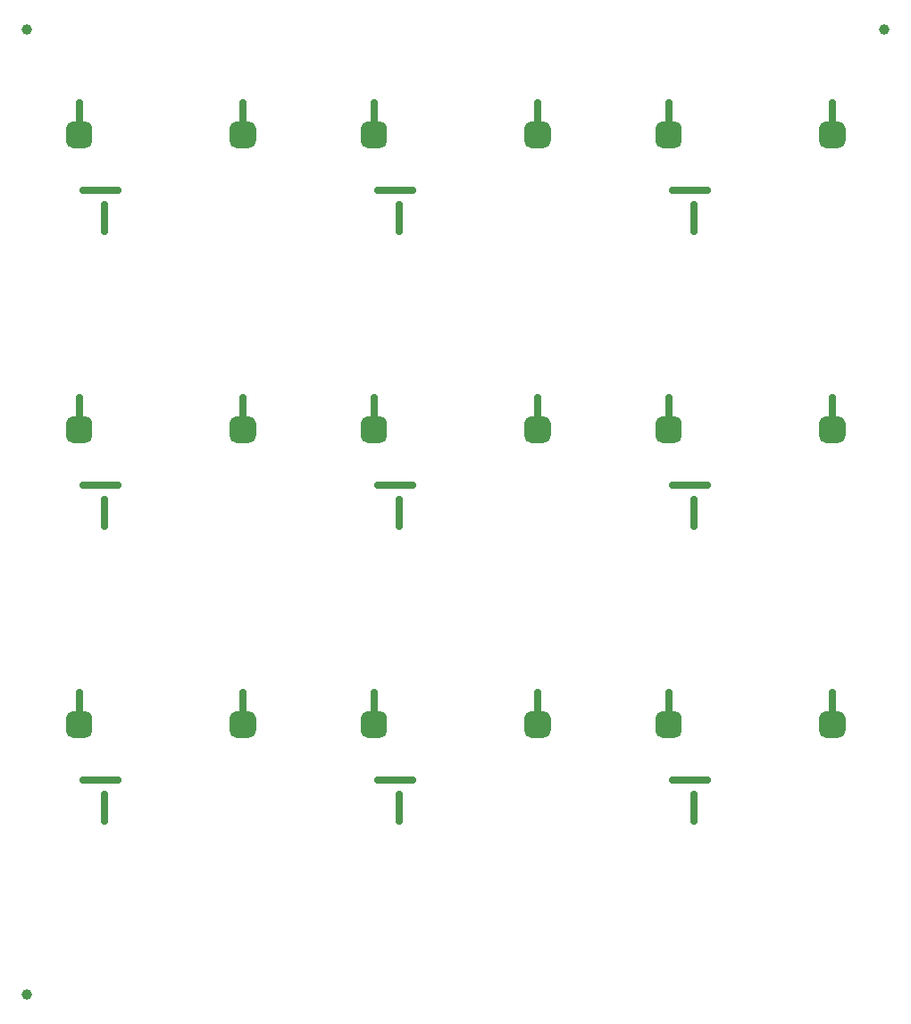
<source format=gbl>
G04 #@! TF.GenerationSoftware,KiCad,Pcbnew,6.0.2+dfsg-1*
G04 #@! TF.CreationDate,2024-01-21T16:33:43-07:00*
G04 #@! TF.ProjectId,ckt-dingdong-spk-array,636b742d-6469-46e6-9764-6f6e672d7370,rev?*
G04 #@! TF.SameCoordinates,Original*
G04 #@! TF.FileFunction,Copper,L2,Bot*
G04 #@! TF.FilePolarity,Positive*
%FSLAX46Y46*%
G04 Gerber Fmt 4.6, Leading zero omitted, Abs format (unit mm)*
G04 Created by KiCad (PCBNEW 6.0.2+dfsg-1) date 2024-01-21 16:33:43*
%MOMM*%
%LPD*%
G01*
G04 APERTURE LIST*
G04 #@! TA.AperFunction,SMDPad,CuDef*
%ADD10C,1.000000*%
G04 #@! TD*
G04 #@! TA.AperFunction,ViaPad*
%ADD11C,0.609600*%
G04 #@! TD*
G04 #@! TA.AperFunction,Conductor*
%ADD12C,0.635000*%
G04 #@! TD*
G04 APERTURE END LIST*
D10*
X107860000Y-113980000D03*
G04 #@! TA.AperFunction,SMDPad,CuDef*
G36*
G01*
X129560000Y-87785000D02*
X129560000Y-89035000D01*
G75*
G02*
X128935000Y-89660000I-625000J0D01*
G01*
X127685000Y-89660000D01*
G75*
G02*
X127060000Y-89035000I0J625000D01*
G01*
X127060000Y-87785000D01*
G75*
G02*
X127685000Y-87160000I625000J0D01*
G01*
X128935000Y-87160000D01*
G75*
G02*
X129560000Y-87785000I0J-625000D01*
G01*
G37*
G04 #@! TD.AperFunction*
G04 #@! TA.AperFunction,SMDPad,CuDef*
G36*
G01*
X114060000Y-87785000D02*
X114060000Y-89035000D01*
G75*
G02*
X113435000Y-89660000I-625000J0D01*
G01*
X112185000Y-89660000D01*
G75*
G02*
X111560000Y-89035000I0J625000D01*
G01*
X111560000Y-87785000D01*
G75*
G02*
X112185000Y-87160000I625000J0D01*
G01*
X113435000Y-87160000D01*
G75*
G02*
X114060000Y-87785000I0J-625000D01*
G01*
G37*
G04 #@! TD.AperFunction*
X107860000Y-22540000D03*
G04 #@! TA.AperFunction,SMDPad,CuDef*
G36*
G01*
X185440000Y-87785000D02*
X185440000Y-89035000D01*
G75*
G02*
X184815000Y-89660000I-625000J0D01*
G01*
X183565000Y-89660000D01*
G75*
G02*
X182940000Y-89035000I0J625000D01*
G01*
X182940000Y-87785000D01*
G75*
G02*
X183565000Y-87160000I625000J0D01*
G01*
X184815000Y-87160000D01*
G75*
G02*
X185440000Y-87785000I0J-625000D01*
G01*
G37*
G04 #@! TD.AperFunction*
G04 #@! TA.AperFunction,SMDPad,CuDef*
G36*
G01*
X169940000Y-87785000D02*
X169940000Y-89035000D01*
G75*
G02*
X169315000Y-89660000I-625000J0D01*
G01*
X168065000Y-89660000D01*
G75*
G02*
X167440000Y-89035000I0J625000D01*
G01*
X167440000Y-87785000D01*
G75*
G02*
X168065000Y-87160000I625000J0D01*
G01*
X169315000Y-87160000D01*
G75*
G02*
X169940000Y-87785000I0J-625000D01*
G01*
G37*
G04 #@! TD.AperFunction*
G04 #@! TA.AperFunction,SMDPad,CuDef*
G36*
G01*
X129560000Y-59845000D02*
X129560000Y-61095000D01*
G75*
G02*
X128935000Y-61720000I-625000J0D01*
G01*
X127685000Y-61720000D01*
G75*
G02*
X127060000Y-61095000I0J625000D01*
G01*
X127060000Y-59845000D01*
G75*
G02*
X127685000Y-59220000I625000J0D01*
G01*
X128935000Y-59220000D01*
G75*
G02*
X129560000Y-59845000I0J-625000D01*
G01*
G37*
G04 #@! TD.AperFunction*
G04 #@! TA.AperFunction,SMDPad,CuDef*
G36*
G01*
X114060000Y-59845000D02*
X114060000Y-61095000D01*
G75*
G02*
X113435000Y-61720000I-625000J0D01*
G01*
X112185000Y-61720000D01*
G75*
G02*
X111560000Y-61095000I0J625000D01*
G01*
X111560000Y-59845000D01*
G75*
G02*
X112185000Y-59220000I625000J0D01*
G01*
X113435000Y-59220000D01*
G75*
G02*
X114060000Y-59845000I0J-625000D01*
G01*
G37*
G04 #@! TD.AperFunction*
G04 #@! TA.AperFunction,SMDPad,CuDef*
G36*
G01*
X129560000Y-31905000D02*
X129560000Y-33155000D01*
G75*
G02*
X128935000Y-33780000I-625000J0D01*
G01*
X127685000Y-33780000D01*
G75*
G02*
X127060000Y-33155000I0J625000D01*
G01*
X127060000Y-31905000D01*
G75*
G02*
X127685000Y-31280000I625000J0D01*
G01*
X128935000Y-31280000D01*
G75*
G02*
X129560000Y-31905000I0J-625000D01*
G01*
G37*
G04 #@! TD.AperFunction*
G04 #@! TA.AperFunction,SMDPad,CuDef*
G36*
G01*
X114060000Y-31905000D02*
X114060000Y-33155000D01*
G75*
G02*
X113435000Y-33780000I-625000J0D01*
G01*
X112185000Y-33780000D01*
G75*
G02*
X111560000Y-33155000I0J625000D01*
G01*
X111560000Y-31905000D01*
G75*
G02*
X112185000Y-31280000I625000J0D01*
G01*
X113435000Y-31280000D01*
G75*
G02*
X114060000Y-31905000I0J-625000D01*
G01*
G37*
G04 #@! TD.AperFunction*
G04 #@! TA.AperFunction,SMDPad,CuDef*
G36*
G01*
X185440000Y-31905000D02*
X185440000Y-33155000D01*
G75*
G02*
X184815000Y-33780000I-625000J0D01*
G01*
X183565000Y-33780000D01*
G75*
G02*
X182940000Y-33155000I0J625000D01*
G01*
X182940000Y-31905000D01*
G75*
G02*
X183565000Y-31280000I625000J0D01*
G01*
X184815000Y-31280000D01*
G75*
G02*
X185440000Y-31905000I0J-625000D01*
G01*
G37*
G04 #@! TD.AperFunction*
G04 #@! TA.AperFunction,SMDPad,CuDef*
G36*
G01*
X169940000Y-31905000D02*
X169940000Y-33155000D01*
G75*
G02*
X169315000Y-33780000I-625000J0D01*
G01*
X168065000Y-33780000D01*
G75*
G02*
X167440000Y-33155000I0J625000D01*
G01*
X167440000Y-31905000D01*
G75*
G02*
X168065000Y-31280000I625000J0D01*
G01*
X169315000Y-31280000D01*
G75*
G02*
X169940000Y-31905000I0J-625000D01*
G01*
G37*
G04 #@! TD.AperFunction*
G04 #@! TA.AperFunction,SMDPad,CuDef*
G36*
G01*
X157500000Y-31905000D02*
X157500000Y-33155000D01*
G75*
G02*
X156875000Y-33780000I-625000J0D01*
G01*
X155625000Y-33780000D01*
G75*
G02*
X155000000Y-33155000I0J625000D01*
G01*
X155000000Y-31905000D01*
G75*
G02*
X155625000Y-31280000I625000J0D01*
G01*
X156875000Y-31280000D01*
G75*
G02*
X157500000Y-31905000I0J-625000D01*
G01*
G37*
G04 #@! TD.AperFunction*
G04 #@! TA.AperFunction,SMDPad,CuDef*
G36*
G01*
X142000000Y-31905000D02*
X142000000Y-33155000D01*
G75*
G02*
X141375000Y-33780000I-625000J0D01*
G01*
X140125000Y-33780000D01*
G75*
G02*
X139500000Y-33155000I0J625000D01*
G01*
X139500000Y-31905000D01*
G75*
G02*
X140125000Y-31280000I625000J0D01*
G01*
X141375000Y-31280000D01*
G75*
G02*
X142000000Y-31905000I0J-625000D01*
G01*
G37*
G04 #@! TD.AperFunction*
X189140000Y-22540000D03*
G04 #@! TA.AperFunction,SMDPad,CuDef*
G36*
G01*
X185440000Y-59845000D02*
X185440000Y-61095000D01*
G75*
G02*
X184815000Y-61720000I-625000J0D01*
G01*
X183565000Y-61720000D01*
G75*
G02*
X182940000Y-61095000I0J625000D01*
G01*
X182940000Y-59845000D01*
G75*
G02*
X183565000Y-59220000I625000J0D01*
G01*
X184815000Y-59220000D01*
G75*
G02*
X185440000Y-59845000I0J-625000D01*
G01*
G37*
G04 #@! TD.AperFunction*
G04 #@! TA.AperFunction,SMDPad,CuDef*
G36*
G01*
X169940000Y-59845000D02*
X169940000Y-61095000D01*
G75*
G02*
X169315000Y-61720000I-625000J0D01*
G01*
X168065000Y-61720000D01*
G75*
G02*
X167440000Y-61095000I0J625000D01*
G01*
X167440000Y-59845000D01*
G75*
G02*
X168065000Y-59220000I625000J0D01*
G01*
X169315000Y-59220000D01*
G75*
G02*
X169940000Y-59845000I0J-625000D01*
G01*
G37*
G04 #@! TD.AperFunction*
G04 #@! TA.AperFunction,SMDPad,CuDef*
G36*
G01*
X157500000Y-87785000D02*
X157500000Y-89035000D01*
G75*
G02*
X156875000Y-89660000I-625000J0D01*
G01*
X155625000Y-89660000D01*
G75*
G02*
X155000000Y-89035000I0J625000D01*
G01*
X155000000Y-87785000D01*
G75*
G02*
X155625000Y-87160000I625000J0D01*
G01*
X156875000Y-87160000D01*
G75*
G02*
X157500000Y-87785000I0J-625000D01*
G01*
G37*
G04 #@! TD.AperFunction*
G04 #@! TA.AperFunction,SMDPad,CuDef*
G36*
G01*
X142000000Y-87785000D02*
X142000000Y-89035000D01*
G75*
G02*
X141375000Y-89660000I-625000J0D01*
G01*
X140125000Y-89660000D01*
G75*
G02*
X139500000Y-89035000I0J625000D01*
G01*
X139500000Y-87785000D01*
G75*
G02*
X140125000Y-87160000I625000J0D01*
G01*
X141375000Y-87160000D01*
G75*
G02*
X142000000Y-87785000I0J-625000D01*
G01*
G37*
G04 #@! TD.AperFunction*
G04 #@! TA.AperFunction,SMDPad,CuDef*
G36*
G01*
X157500000Y-59845000D02*
X157500000Y-61095000D01*
G75*
G02*
X156875000Y-61720000I-625000J0D01*
G01*
X155625000Y-61720000D01*
G75*
G02*
X155000000Y-61095000I0J625000D01*
G01*
X155000000Y-59845000D01*
G75*
G02*
X155625000Y-59220000I625000J0D01*
G01*
X156875000Y-59220000D01*
G75*
G02*
X157500000Y-59845000I0J-625000D01*
G01*
G37*
G04 #@! TD.AperFunction*
G04 #@! TA.AperFunction,SMDPad,CuDef*
G36*
G01*
X142000000Y-59845000D02*
X142000000Y-61095000D01*
G75*
G02*
X141375000Y-61720000I-625000J0D01*
G01*
X140125000Y-61720000D01*
G75*
G02*
X139500000Y-61095000I0J625000D01*
G01*
X139500000Y-59845000D01*
G75*
G02*
X140125000Y-59220000I625000J0D01*
G01*
X141375000Y-59220000D01*
G75*
G02*
X142000000Y-59845000I0J-625000D01*
G01*
G37*
G04 #@! TD.AperFunction*
D11*
X116496000Y-37780000D03*
X128307000Y-29525000D03*
X113194000Y-37780000D03*
X112813000Y-29525000D03*
X115226000Y-39177000D03*
X115226000Y-41717000D03*
X144436000Y-37780000D03*
X156247000Y-29525000D03*
X141134000Y-37780000D03*
X140753000Y-29525000D03*
X143166000Y-39177000D03*
X143166000Y-41717000D03*
X172376000Y-37780000D03*
X184187000Y-29525000D03*
X169074000Y-37780000D03*
X168693000Y-29525000D03*
X171106000Y-39177000D03*
X171106000Y-41717000D03*
X116496000Y-65720000D03*
X128307000Y-57465000D03*
X113194000Y-65720000D03*
X112813000Y-57465000D03*
X115226000Y-67117000D03*
X115226000Y-69657000D03*
X144436000Y-65720000D03*
X156247000Y-57465000D03*
X141134000Y-65720000D03*
X140753000Y-57465000D03*
X143166000Y-67117000D03*
X143166000Y-69657000D03*
X172376000Y-65720000D03*
X184187000Y-57465000D03*
X169074000Y-65720000D03*
X168693000Y-57465000D03*
X171106000Y-67117000D03*
X171106000Y-69657000D03*
X116496000Y-93660000D03*
X128307000Y-85405000D03*
X113194000Y-93660000D03*
X112813000Y-85405000D03*
X115226000Y-95057000D03*
X115226000Y-97597000D03*
X144436000Y-93660000D03*
X156247000Y-85405000D03*
X141134000Y-93660000D03*
X140753000Y-85405000D03*
X143166000Y-95057000D03*
X143166000Y-97597000D03*
X172376000Y-93660000D03*
X184187000Y-85405000D03*
X169074000Y-93660000D03*
X168693000Y-85405000D03*
X171106000Y-95057000D03*
X171106000Y-97597000D03*
D12*
X128310000Y-29528000D02*
X128310000Y-32530000D01*
X113194000Y-37780000D02*
X116496000Y-37780000D01*
X128307000Y-29525000D02*
X128310000Y-29528000D01*
X112813000Y-32527000D02*
X112810000Y-32530000D01*
X115226000Y-41717000D02*
X115226000Y-39177000D01*
X112813000Y-29525000D02*
X112813000Y-32527000D01*
X156250000Y-29528000D02*
X156250000Y-32530000D01*
X141134000Y-37780000D02*
X144436000Y-37780000D01*
X156247000Y-29525000D02*
X156250000Y-29528000D01*
X140753000Y-32527000D02*
X140750000Y-32530000D01*
X143166000Y-41717000D02*
X143166000Y-39177000D01*
X140753000Y-29525000D02*
X140753000Y-32527000D01*
X184190000Y-29528000D02*
X184190000Y-32530000D01*
X169074000Y-37780000D02*
X172376000Y-37780000D01*
X184187000Y-29525000D02*
X184190000Y-29528000D01*
X168693000Y-32527000D02*
X168690000Y-32530000D01*
X171106000Y-41717000D02*
X171106000Y-39177000D01*
X168693000Y-29525000D02*
X168693000Y-32527000D01*
X128310000Y-57468000D02*
X128310000Y-60470000D01*
X113194000Y-65720000D02*
X116496000Y-65720000D01*
X128307000Y-57465000D02*
X128310000Y-57468000D01*
X112813000Y-60467000D02*
X112810000Y-60470000D01*
X115226000Y-69657000D02*
X115226000Y-67117000D01*
X112813000Y-57465000D02*
X112813000Y-60467000D01*
X156250000Y-57468000D02*
X156250000Y-60470000D01*
X141134000Y-65720000D02*
X144436000Y-65720000D01*
X156247000Y-57465000D02*
X156250000Y-57468000D01*
X140753000Y-60467000D02*
X140750000Y-60470000D01*
X143166000Y-69657000D02*
X143166000Y-67117000D01*
X140753000Y-57465000D02*
X140753000Y-60467000D01*
X184190000Y-57468000D02*
X184190000Y-60470000D01*
X169074000Y-65720000D02*
X172376000Y-65720000D01*
X184187000Y-57465000D02*
X184190000Y-57468000D01*
X168693000Y-60467000D02*
X168690000Y-60470000D01*
X171106000Y-69657000D02*
X171106000Y-67117000D01*
X168693000Y-57465000D02*
X168693000Y-60467000D01*
X128310000Y-85408000D02*
X128310000Y-88410000D01*
X113194000Y-93660000D02*
X116496000Y-93660000D01*
X128307000Y-85405000D02*
X128310000Y-85408000D01*
X112813000Y-88407000D02*
X112810000Y-88410000D01*
X115226000Y-97597000D02*
X115226000Y-95057000D01*
X112813000Y-85405000D02*
X112813000Y-88407000D01*
X156250000Y-85408000D02*
X156250000Y-88410000D01*
X141134000Y-93660000D02*
X144436000Y-93660000D01*
X156247000Y-85405000D02*
X156250000Y-85408000D01*
X140753000Y-88407000D02*
X140750000Y-88410000D01*
X143166000Y-97597000D02*
X143166000Y-95057000D01*
X140753000Y-85405000D02*
X140753000Y-88407000D01*
X184190000Y-85408000D02*
X184190000Y-88410000D01*
X169074000Y-93660000D02*
X172376000Y-93660000D01*
X184187000Y-85405000D02*
X184190000Y-85408000D01*
X168693000Y-88407000D02*
X168690000Y-88410000D01*
X171106000Y-97597000D02*
X171106000Y-95057000D01*
X168693000Y-85405000D02*
X168693000Y-88407000D01*
M02*

</source>
